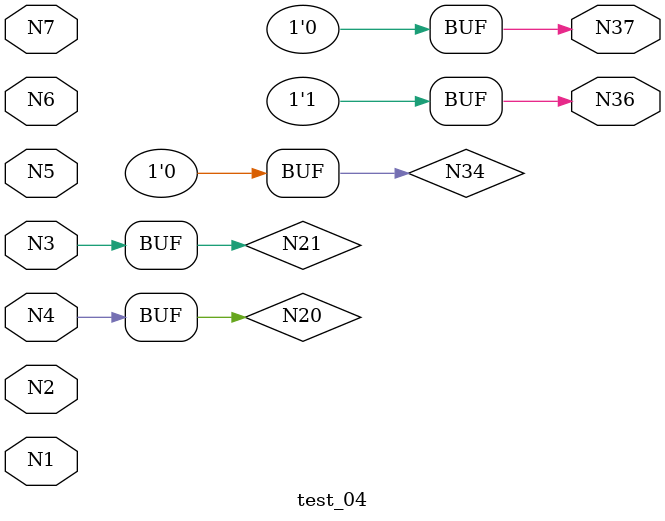
<source format=v>
/* Generated by Yosys 0.9+4272 (git sha1 10f8b75d, gcc 5.5.0-12ubuntu1~16.04 -fPIC -Os) */

(* top =  1  *)
(* src = "./verilog/test_04.v:1.1-73.10" *)
module test_04(N1, N2, N3, N4, N5, N6, N7, N36, N37);
  wire _00_;
  wire _01_;
  wire _02_;
  wire _03_;
  wire _04_;
  wire _05_;
  wire _06_;
  wire _07_;
  wire _08_;
  wire _09_;
  wire _10_;
  wire _11_;
  wire _12_;
  wire _13_;
  wire _14_;
  wire _15_;
  wire _16_;
  wire _17_;
  wire _18_;
  wire _19_;
  wire _20_;
  wire _21_;
  (* src = "./verilog/test_04.v:3.7-3.9" *)
  wire _22_;
  (* src = "./verilog/test_04.v:4.7-4.9" *)
  wire _23_;
  (* src = "./verilog/test_04.v:5.7-5.9" *)
  wire _24_;
  (* src = "./verilog/test_04.v:11.8-11.11" *)
  wire _25_;
  (* src = "./verilog/test_04.v:12.8-12.11" *)
  wire _26_;
  (* src = "./verilog/test_04.v:6.7-6.9" *)
  wire _27_;
  (* src = "./verilog/test_04.v:7.7-7.9" *)
  wire _28_;
  (* src = "./verilog/test_04.v:8.7-8.9" *)
  wire _29_;
  (* src = "./verilog/test_04.v:9.7-9.9" *)
  wire _30_;
  (* src = "./verilog/test_04.v:3.7-3.9" *)
  input N1;
  (* src = "./verilog/test_04.v:4.7-4.9" *)
  input N2;
  (* src = "./verilog/test_04.v:26.6-26.9" *)
  wire N20;
  (* src = "./verilog/test_04.v:27.6-27.9" *)
  wire N21;
  (* src = "./verilog/test_04.v:5.7-5.9" *)
  input N3;
  (* src = "./verilog/test_04.v:40.6-40.9" *)
  wire N34;
  (* src = "./verilog/test_04.v:11.8-11.11" *)
  output N36;
  (* src = "./verilog/test_04.v:12.8-12.11" *)
  output N37;
  (* src = "./verilog/test_04.v:6.7-6.9" *)
  input N4;
  (* src = "./verilog/test_04.v:7.7-7.9" *)
  input N5;
  (* src = "./verilog/test_04.v:8.7-8.9" *)
  input N6;
  (* src = "./verilog/test_04.v:9.7-9.9" *)
  input N7;
  assign N20 = N4;
  assign N21 = N3;
  assign N34 = 1'h0;
  assign _25_ = 1'h1;
  assign _26_ = 1'h0;
  assign _24_ = N3;
  assign _30_ = N7;
  assign _29_ = N6;
  assign _23_ = N2;
  assign _28_ = N5;
  assign _27_ = N4;
  assign N37 = _26_;
  assign _22_ = N1;
  assign N36 = _25_;
endmodule

</source>
